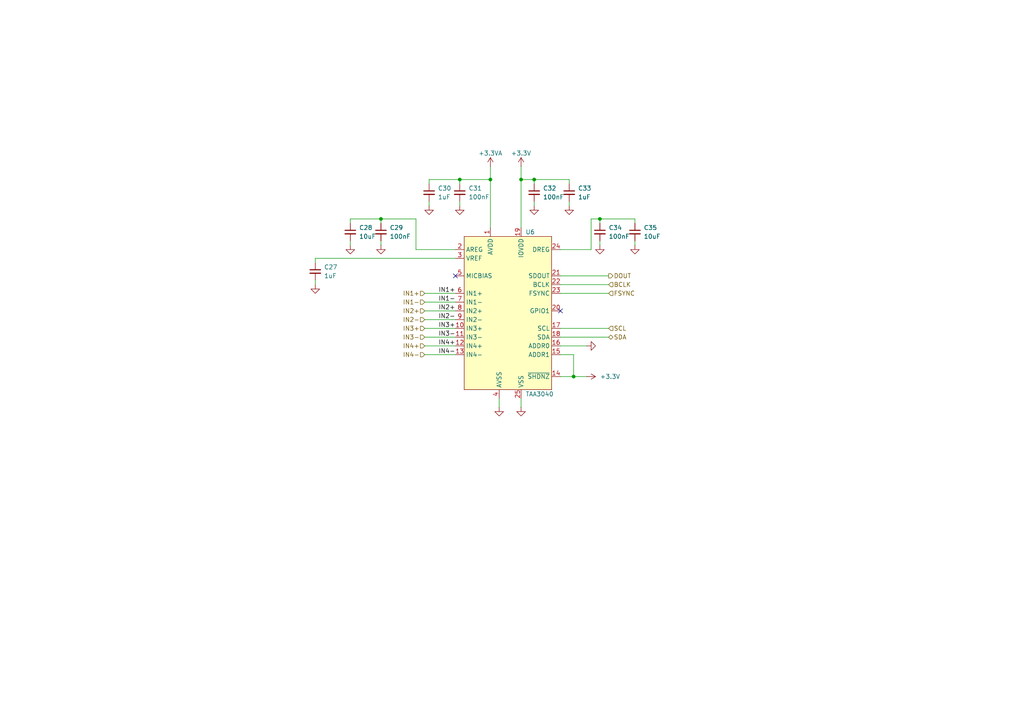
<source format=kicad_sch>
(kicad_sch (version 20250114) (generator "eeschema") (generator_version "9.0")
  (paper "A4")
  (lib_symbols
    (symbol "Device:C_Small" (pin_numbers (hide yes)) (pin_names (offset 0.254) (hide yes))
      (property "Reference" "C" (at 0.254 1.778 0))
      (property "Value" "C_Small" (at 0.254 -2.032 0))
      (symbol "C_Small_0_1"
        (polyline (pts (xy -1.524 0.508) (xy 1.524 0.508)) (stroke (width 0.3048)))
        (polyline (pts (xy -1.524 -0.508) (xy 1.524 -0.508)) (stroke (width 0.3302)))
      )
      (symbol "C_Small_1_1"
        (pin passive line (at 0 2.54 270) (length 2.032) (name "~") (number "1"))
        (pin passive line (at 0 -2.54 90) (length 2.032) (name "~") (number "2"))
      )
    )
    (symbol "audio_ics:TAA3040"
      (property "Reference" "U" (at 0 0 0))
      (property "Value" "TAA3040" (at -15.24 -4.826 0))
      (symbol "TAA3040_1_1"
        (rectangle (start -16.51 -6.35) (end 8.89 -50.8) (fill (type background)))
        (pin power_out line (at -19.05 -10.16 0) (length 2.54) (name "AREG") (number "2"))
        (pin power_out line (at -19.05 -12.7 0) (length 2.54) (name "VREF") (number "3"))
        (pin power_out line (at -19.05 -17.78 0) (length 2.54) (name "MICBIAS") (number "5"))
        (pin input line (at -19.05 -22.86 0) (length 2.54) (name "IN1+") (number "6"))
        (pin input line (at -19.05 -25.4 0) (length 2.54) (name "IN1-") (number "7"))
        (pin input line (at -19.05 -27.94 0) (length 2.54) (name "IN2+") (number "8"))
        (pin input line (at -19.05 -30.48 0) (length 2.54) (name "IN2-") (number "9"))
        (pin input line (at -19.05 -33.02 0) (length 2.54) (name "IN3+") (number "10"))
        (pin input line (at -19.05 -35.56 0) (length 2.54) (name "IN3-") (number "11"))
        (pin input line (at -19.05 -38.1 0) (length 2.54) (name "IN4+") (number "12"))
        (pin input line (at -19.05 -40.64 0) (length 2.54) (name "IN4-") (number "13"))
        (pin power_in line (at -8.89 -3.81 270) (length 2.54) (name "AVDD") (number "1"))
        (pin power_in line (at -6.35 -53.34 90) (length 2.54) (name "AVSS") (number "4"))
        (pin power_in line (at 0 -3.81 270) (length 2.54) (name "IOVDD") (number "19"))
        (pin power_in line (at 0 -53.34 90) (length 2.54) (name "VSS") (number "25"))
        (pin power_out line (at 11.43 -10.16 180) (length 2.54) (name "DREG") (number "24"))
        (pin output line (at 11.43 -17.78 180) (length 2.54) (name "SDOUT") (number "21"))
        (pin output line (at 11.43 -20.32 180) (length 2.54) (name "BCLK") (number "22"))
        (pin input line (at 11.43 -22.86 180) (length 2.54) (name "FSYNC") (number "23"))
        (pin bidirectional line (at 11.43 -27.94 180) (length 2.54) (name "GPIO1") (number "20"))
        (pin input line (at 11.43 -33.02 180) (length 2.54) (name "SCL") (number "17"))
        (pin bidirectional line (at 11.43 -35.56 180) (length 2.54) (name "SDA") (number "18"))
        (pin input line (at 11.43 -38.1 180) (length 2.54) (name "ADDR0") (number "16"))
        (pin input line (at 11.43 -40.64 180) (length 2.54) (name "ADDR1") (number "15"))
        (pin input line (at 11.43 -46.99 180) (length 2.54) (name "~{SHDNZ}") (number "14"))
      )
    )
    (symbol "power:+3.3V" (power) (pin_numbers (hide yes)) (pin_names (offset 0) (hide yes))
      (property "Value" "+3.3V" (at 0 3.556 0))
      (symbol "+3.3V_0_1"
        (polyline (pts (xy -0.762 1.27) (xy 0 2.54)))
        (polyline (pts (xy 0 2.54) (xy 0.762 1.27)))
        (polyline (pts (xy 0 0) (xy 0 2.54)))
      )
      (symbol "+3.3V_1_1"
        (pin power_in line (at 0 0 90) (length 0) (name "~") (number "1"))
      )
    )
    (symbol "power:+3.3VA" (power) (pin_numbers (hide yes)) (pin_names (offset 0) (hide yes))
      (property "Value" "+3.3VA" (at 0 3.556 0))
      (symbol "+3.3VA_0_1"
        (polyline (pts (xy -0.762 1.27) (xy 0 2.54)))
        (polyline (pts (xy 0 2.54) (xy 0.762 1.27)))
        (polyline (pts (xy 0 0) (xy 0 2.54)))
      )
      (symbol "+3.3VA_1_1"
        (pin power_in line (at 0 0 90) (length 0) (name "~") (number "1"))
      )
    )
    (symbol "power:GND" (power) (pin_numbers (hide yes)) (pin_names (offset 0) (hide yes))
      (property "Value" "GND" (at 0 -3.81 0))
      (symbol "GND_0_1"
        (polyline (pts (xy 0 0) (xy 0 -1.27) (xy 1.27 -1.27) (xy 0 -2.54) (xy -1.27 -1.27) (xy 0 -1.27)))
      )
      (symbol "GND_1_1"
        (pin power_in line (at 0 0 270) (length 0) (name "~") (number "1"))
      )
    )
  )
  (junction (at 154.94 52.07))
  (junction (at 133.35 52.07))
  (junction (at 142.24 52.07))
  (junction (at 166.37 109.22))
  (junction (at 110.49 63.5))
  (junction (at 173.99 63.5))
  (junction (at 151.13 52.07))
  (no_connect (at 162.56 90.17))
  (no_connect (at 132.08 80.01))
  (wire (pts (xy 162.56 97.79) (xy 176.53 97.79)))
  (wire (pts (xy 154.94 53.34) (xy 154.94 52.07)))
  (wire (pts (xy 162.56 109.22) (xy 166.37 109.22)))
  (wire (pts (xy 101.6 64.77) (xy 101.6 63.5)))
  (wire (pts (xy 184.15 63.5) (xy 173.99 63.5)))
  (wire (pts (xy 91.44 82.55) (xy 91.44 81.28)))
  (wire (pts (xy 133.35 59.69) (xy 133.35 58.42)))
  (wire (pts (xy 124.46 59.69) (xy 124.46 58.42)))
  (wire (pts (xy 162.56 95.25) (xy 176.53 95.25)))
  (wire (pts (xy 120.65 72.39) (xy 132.08 72.39)))
  (wire (pts (xy 124.46 52.07) (xy 133.35 52.07)))
  (wire (pts (xy 176.53 82.55) (xy 162.56 82.55)))
  (wire (pts (xy 132.08 85.09) (xy 123.19 85.09)))
  (wire (pts (xy 184.15 64.77) (xy 184.15 63.5)))
  (wire (pts (xy 151.13 52.07) (xy 151.13 66.04)))
  (wire (pts (xy 110.49 71.12) (xy 110.49 69.85)))
  (wire (pts (xy 166.37 102.87) (xy 162.56 102.87)))
  (wire (pts (xy 184.15 71.12) (xy 184.15 69.85)))
  (wire (pts (xy 162.56 80.01) (xy 176.53 80.01)))
  (wire (pts (xy 151.13 48.26) (xy 151.13 52.07)))
  (wire (pts (xy 154.94 59.69) (xy 154.94 58.42)))
  (wire (pts (xy 101.6 71.12) (xy 101.6 69.85)))
  (wire (pts (xy 165.1 53.34) (xy 165.1 52.07)))
  (wire (pts (xy 133.35 52.07) (xy 133.35 53.34)))
  (wire (pts (xy 166.37 109.22) (xy 166.37 102.87)))
  (wire (pts (xy 132.08 87.63) (xy 123.19 87.63)))
  (wire (pts (xy 162.56 100.33) (xy 170.18 100.33)))
  (wire (pts (xy 142.24 52.07) (xy 142.24 66.04)))
  (wire (pts (xy 91.44 76.2) (xy 91.44 74.93)))
  (wire (pts (xy 162.56 85.09) (xy 176.53 85.09)))
  (wire (pts (xy 171.45 72.39) (xy 162.56 72.39)))
  (wire (pts (xy 124.46 53.34) (xy 124.46 52.07)))
  (wire (pts (xy 173.99 71.12) (xy 173.99 69.85)))
  (wire (pts (xy 132.08 92.71) (xy 123.19 92.71)))
  (wire (pts (xy 132.08 100.33) (xy 123.19 100.33)))
  (wire (pts (xy 132.08 90.17) (xy 123.19 90.17)))
  (wire (pts (xy 101.6 63.5) (xy 110.49 63.5)))
  (wire (pts (xy 142.24 48.26) (xy 142.24 52.07)))
  (wire (pts (xy 132.08 102.87) (xy 123.19 102.87)))
  (wire (pts (xy 144.78 118.11) (xy 144.78 115.57)))
  (wire (pts (xy 110.49 63.5) (xy 120.65 63.5)))
  (wire (pts (xy 154.94 52.07) (xy 151.13 52.07)))
  (wire (pts (xy 133.35 52.07) (xy 142.24 52.07)))
  (wire (pts (xy 165.1 52.07) (xy 154.94 52.07)))
  (wire (pts (xy 120.65 63.5) (xy 120.65 72.39)))
  (wire (pts (xy 165.1 59.69) (xy 165.1 58.42)))
  (wire (pts (xy 171.45 63.5) (xy 171.45 72.39)))
  (wire (pts (xy 110.49 63.5) (xy 110.49 64.77)))
  (wire (pts (xy 173.99 63.5) (xy 171.45 63.5)))
  (wire (pts (xy 173.99 64.77) (xy 173.99 63.5)))
  (wire (pts (xy 91.44 74.93) (xy 132.08 74.93)))
  (wire (pts (xy 132.08 95.25) (xy 123.19 95.25)))
  (wire (pts (xy 151.13 118.11) (xy 151.13 115.57)))
  (wire (pts (xy 132.08 97.79) (xy 123.19 97.79)))
  (wire (pts (xy 170.18 109.22) (xy 166.37 109.22)))
  (label "IN4-" (at 132.08 102.87 180))
  (label "IN1-" (at 132.08 87.63 180))
  (label "IN2-" (at 132.08 92.71 180))
  (label "IN3+" (at 132.08 95.25 180))
  (label "IN4+" (at 132.08 100.33 180))
  (label "IN2+" (at 132.08 90.17 180))
  (label "IN3-" (at 132.08 97.79 180))
  (label "IN1+" (at 132.08 85.09 180))
  (hierarchical_label "IN4-" (shape input) (at 123.19 102.87 180))
  (hierarchical_label "IN3-" (shape input) (at 123.19 97.79 180))
  (hierarchical_label "IN1-" (shape input) (at 123.19 87.63 180))
  (hierarchical_label "IN2-" (shape input) (at 123.19 92.71 180))
  (hierarchical_label "DOUT" (shape output) (at 176.53 80.01 0))
  (hierarchical_label "IN4+" (shape input) (at 123.19 100.33 180))
  (hierarchical_label "IN2+" (shape input) (at 123.19 90.17 180))
  (hierarchical_label "FSYNC" (shape input) (at 176.53 85.09 0))
  (hierarchical_label "SDA" (shape bidirectional) (at 176.53 97.79 0))
  (hierarchical_label "IN1+" (shape input) (at 123.19 85.09 180))
  (hierarchical_label "BCLK" (shape input) (at 176.53 82.55 0))
  (hierarchical_label "SCL" (shape input) (at 176.53 95.25 0))
  (hierarchical_label "IN3+" (shape input) (at 123.19 95.25 180))
  (symbol (lib_id "power:GND") (at 133.35 59.69 0) (unit 1)
    (property "Reference" "#PWR075" (effects (hide yes)))
    (property "Value" "GND" (effects (hide yes)))
    (property "Description" "Power symbol creates a global label with name \"GND\" , ground" (effects (hide yes)))
  )
  (symbol (lib_id "Device:C_Small") (at 91.44 78.74 0) (unit 1)
    (property "Reference" "C27" (at 93.98 77.4762 0) (effects (justify left)))
    (property "Value" "1uF" (at 93.98 80.0162 0) (effects (justify left)))
    (property "Footprint" "Capacitor_SMD:C_0805_2012Metric" (effects (hide yes)))
    (property "Description" "Unpolarized capacitor, small symbol" (effects (hide yes)))
  )
  (symbol (lib_id "power:+3.3VA") (at 142.24 48.26 0) (unit 1)
    (property "Reference" "#PWR076" (effects (hide yes)))
    (property "Value" "+3.3VA" (at 142.24 44.45 0))
    (property "Description" "Power symbol creates a global label with name \"+3.3VA\"" (effects (hide yes)))
  )
  (symbol (lib_id "power:+3.3V") (at 170.18 109.22 270) (unit 1)
    (property "Reference" "#PWR083" (effects (hide yes)))
    (property "Value" "+3.3V" (at 173.99 109.22 90) (effects (justify left)))
    (property "Description" "Power symbol creates a global label with name \"+3.3V\"" (effects (hide yes)))
  )
  (symbol (lib_id "power:+3.3V") (at 151.13 48.26 0) (unit 1)
    (property "Reference" "#PWR078" (effects (hide yes)))
    (property "Value" "+3.3V" (at 151.13 44.45 0))
    (property "Description" "Power symbol creates a global label with name \"+3.3V\"" (effects (hide yes)))
  )
  (symbol (lib_id "power:GND") (at 154.94 59.69 0) (unit 1)
    (property "Reference" "#PWR080" (effects (hide yes)))
    (property "Value" "GND" (effects (hide yes)))
    (property "Description" "Power symbol creates a global label with name \"GND\" , ground" (effects (hide yes)))
  )
  (symbol (lib_id "power:GND") (at 165.1 59.69 0) (unit 1)
    (property "Reference" "#PWR081" (effects (hide yes)))
    (property "Value" "GND" (effects (hide yes)))
    (property "Description" "Power symbol creates a global label with name \"GND\" , ground" (effects (hide yes)))
  )
  (symbol (lib_id "Device:C_Small") (at 133.35 55.88 0) (unit 1)
    (property "Reference" "C31" (at 135.89 54.6162 0) (effects (justify left)))
    (property "Value" "100nF" (at 135.89 57.1562 0) (effects (justify left)))
    (property "Footprint" "Capacitor_SMD:C_0805_2012Metric" (effects (hide yes)))
    (property "Description" "Unpolarized capacitor, small symbol" (effects (hide yes)))
  )
  (symbol (lib_id "power:GND") (at 101.6 71.12 0) (unit 1)
    (property "Reference" "#PWR072" (effects (hide yes)))
    (property "Value" "GND" (effects (hide yes)))
    (property "Description" "Power symbol creates a global label with name \"GND\" , ground" (effects (hide yes)))
  )
  (symbol (lib_id "Device:C_Small") (at 154.94 55.88 0) (unit 1)
    (property "Reference" "C32" (at 157.48 54.6162 0) (effects (justify left)))
    (property "Value" "100nF" (at 157.48 57.1562 0) (effects (justify left)))
    (property "Footprint" "Capacitor_SMD:C_0805_2012Metric" (effects (hide yes)))
    (property "Description" "Unpolarized capacitor, small symbol" (effects (hide yes)))
  )
  (symbol (lib_id "Device:C_Small") (at 124.46 55.88 0) (unit 1)
    (property "Reference" "C30" (at 127 54.6162 0) (effects (justify left)))
    (property "Value" "1uF" (at 127 57.1562 0) (effects (justify left)))
    (property "Footprint" "Capacitor_SMD:C_0805_2012Metric" (effects (hide yes)))
    (property "Description" "Unpolarized capacitor, small symbol" (effects (hide yes)))
  )
  (symbol (lib_id "power:GND") (at 124.46 59.69 0) (unit 1)
    (property "Reference" "#PWR074" (effects (hide yes)))
    (property "Value" "GND" (effects (hide yes)))
    (property "Description" "Power symbol creates a global label with name \"GND\" , ground" (effects (hide yes)))
  )
  (symbol (lib_id "Device:C_Small") (at 184.15 67.31 0) (unit 1)
    (property "Reference" "C35" (at 186.69 66.0462 0) (effects (justify left)))
    (property "Value" "10uF" (at 186.69 68.5862 0) (effects (justify left)))
    (property "Footprint" "Capacitor_SMD:C_0805_2012Metric" (effects (hide yes)))
    (property "Description" "Unpolarized capacitor, small symbol" (effects (hide yes)))
  )
  (symbol (lib_id "power:GND") (at 144.78 118.11 0) (unit 1)
    (property "Reference" "#PWR077" (effects (hide yes)))
    (property "Value" "GND" (effects (hide yes)))
    (property "Description" "Power symbol creates a global label with name \"GND\" , ground" (effects (hide yes)))
  )
  (symbol (lib_id "power:GND") (at 91.44 82.55 0) (unit 1)
    (property "Reference" "#PWR071" (effects (hide yes)))
    (property "Value" "GND" (effects (hide yes)))
    (property "Description" "Power symbol creates a global label with name \"GND\" , ground" (effects (hide yes)))
  )
  (symbol (lib_id "power:GND") (at 110.49 71.12 0) (unit 1)
    (property "Reference" "#PWR073" (effects (hide yes)))
    (property "Value" "GND" (effects (hide yes)))
    (property "Description" "Power symbol creates a global label with name \"GND\" , ground" (effects (hide yes)))
  )
  (symbol (lib_id "power:GND") (at 173.99 71.12 0) (unit 1)
    (property "Reference" "#PWR084" (effects (hide yes)))
    (property "Value" "GND" (effects (hide yes)))
    (property "Description" "Power symbol creates a global label with name \"GND\" , ground" (effects (hide yes)))
  )
  (symbol (lib_id "Device:C_Small") (at 101.6 67.31 0) (unit 1)
    (property "Reference" "C28" (at 104.14 66.0462 0) (effects (justify left)))
    (property "Value" "10uF" (at 104.14 68.5862 0) (effects (justify left)))
    (property "Footprint" "Capacitor_SMD:C_0805_2012Metric" (effects (hide yes)))
    (property "Description" "Unpolarized capacitor, small symbol" (effects (hide yes)))
  )
  (symbol (lib_id "audio_ics:TAA3040") (at 151.13 62.23 0) (unit 1)
    (property "Reference" "U6" (at 152.4 67.31 0) (effects (justify left)))
    (property "Value" "TAA3040" (at 152.4 114.3 0) (effects (justify left)))
    (property "Footprint" "ics:WQFN-24-1EP_4x4mm_P0.5mm_EP2.6x2.6mm" (effects (hide yes)))
    (property "Datasheet" "https://www.ti.com/lit/ds/symlink/taa3040.pdf" (effects (hide yes)))
    (property "Description" "Quad-Channel, 768-kHz, 104dB Dynamic Range Audio ADC" (effects (hide yes)))
  )
  (symbol (lib_id "Device:C_Small") (at 165.1 55.88 0) (unit 1)
    (property "Reference" "C33" (at 167.64 54.6162 0) (effects (justify left)))
    (property "Value" "1uF" (at 167.64 57.1562 0) (effects (justify left)))
    (property "Footprint" "Capacitor_SMD:C_0805_2012Metric" (effects (hide yes)))
    (property "Description" "Unpolarized capacitor, small symbol" (effects (hide yes)))
  )
  (symbol (lib_id "power:GND") (at 170.18 100.33 90) (unit 1)
    (property "Reference" "#PWR082" (effects (hide yes)))
    (property "Value" "GND" (effects (hide yes)))
    (property "Description" "Power symbol creates a global label with name \"GND\" , ground" (effects (hide yes)))
  )
  (symbol (lib_id "power:GND") (at 151.13 118.11 0) (unit 1)
    (property "Reference" "#PWR079" (effects (hide yes)))
    (property "Value" "GND" (effects (hide yes)))
    (property "Description" "Power symbol creates a global label with name \"GND\" , ground" (effects (hide yes)))
  )
  (symbol (lib_id "power:GND") (at 184.15 71.12 0) (unit 1)
    (property "Reference" "#PWR085" (effects (hide yes)))
    (property "Value" "GND" (effects (hide yes)))
    (property "Description" "Power symbol creates a global label with name \"GND\" , ground" (effects (hide yes)))
  )
  (symbol (lib_id "Device:C_Small") (at 110.49 67.31 0) (unit 1)
    (property "Reference" "C29" (at 113.03 66.0462 0) (effects (justify left)))
    (property "Value" "100nF" (at 113.03 68.5862 0) (effects (justify left)))
    (property "Footprint" "Capacitor_SMD:C_0805_2012Metric" (effects (hide yes)))
    (property "Description" "Unpolarized capacitor, small symbol" (effects (hide yes)))
  )
  (symbol (lib_id "Device:C_Small") (at 173.99 67.31 0) (unit 1)
    (property "Reference" "C34" (at 176.53 66.0462 0) (effects (justify left)))
    (property "Value" "100nF" (at 176.53 68.5862 0) (effects (justify left)))
    (property "Footprint" "Capacitor_SMD:C_0805_2012Metric" (effects (hide yes)))
    (property "Description" "Unpolarized capacitor, small symbol" (effects (hide yes)))
  )
)
</source>
